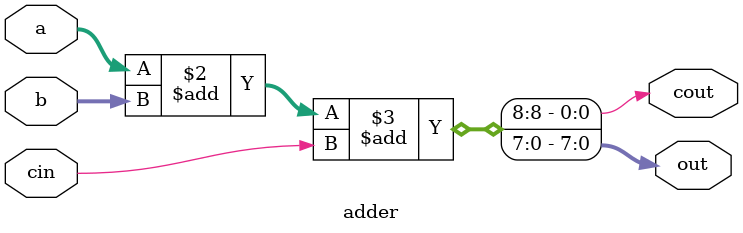
<source format=sv>
module adder
  #(
    parameter integer BIT = 8
  )
  (
    input logic [BIT-1:0] a,
    input logic [BIT-1:0] b,
    input logic cin,
    output logic [BIT-1:0] out,
    output logic cout
  );
  
  always_comb
    begin
      {cout , out } = a + b + cin;
  end
  
endmodule

</source>
